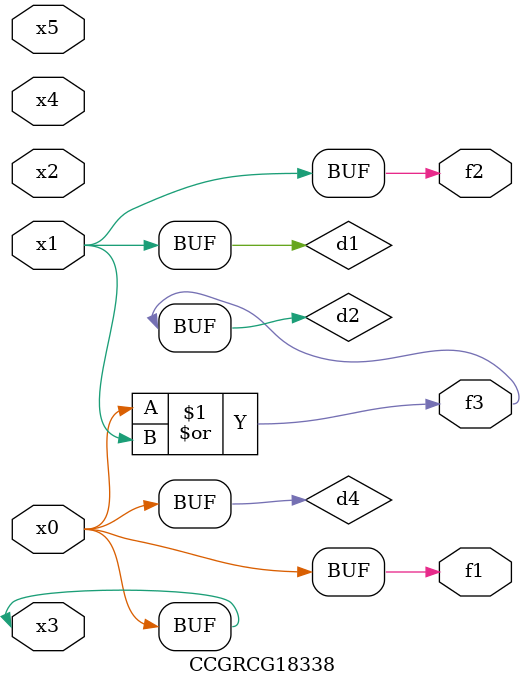
<source format=v>
module CCGRCG18338(
	input x0, x1, x2, x3, x4, x5,
	output f1, f2, f3
);

	wire d1, d2, d3, d4;

	and (d1, x1);
	or (d2, x0, x1);
	nand (d3, x0, x5);
	buf (d4, x0, x3);
	assign f1 = d4;
	assign f2 = d1;
	assign f3 = d2;
endmodule

</source>
